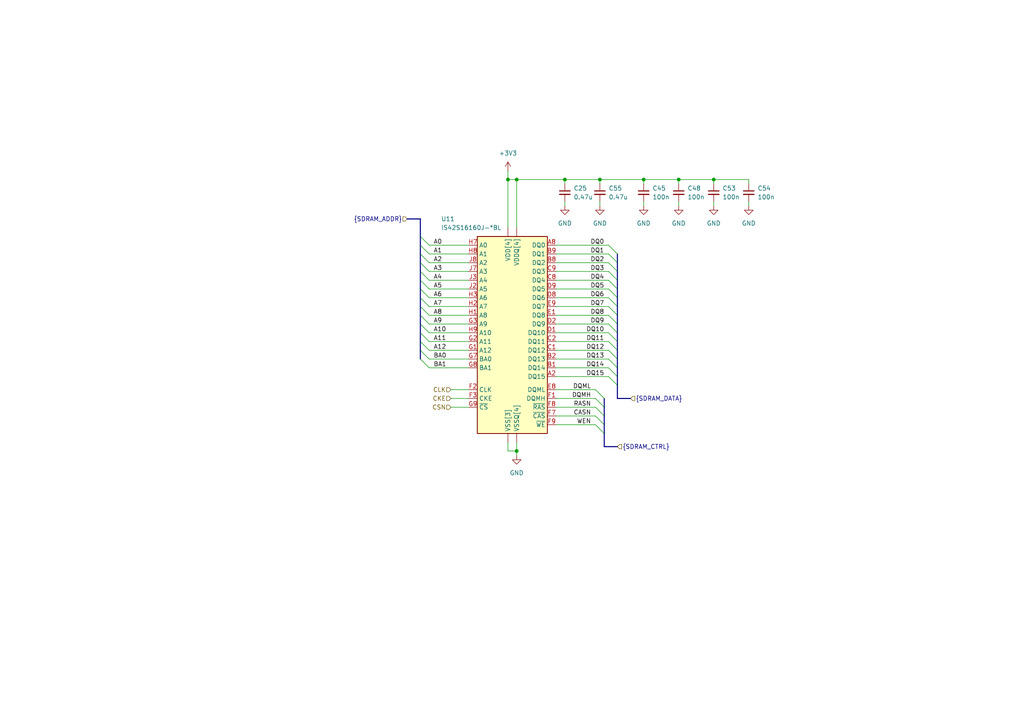
<source format=kicad_sch>
(kicad_sch (version 20231120) (generator "eeschema") (generator_version "8.0")
  (paper "A4")
  (title_block (title "${Project Designation}") (date "2024-06-30") (rev "${Revision}") (comment 1 "${Project Title}") (comment 2 "SRAM") (comment 3 "${Part Number}"))
  (lib_symbols
    (symbol "Device:C_Small" (pin_numbers hide) (pin_names (offset 0.254) hide)
      (property "Reference" "C" (at 0.254 1.778 0))
      (property "Value" "C_Small" (at 0.254 -2.032 0))
      (symbol "C_Small_0_1"
        (polyline (pts (xy -1.524 -0.508) (xy 1.524 -0.508)) (stroke (width 0.3302)))
        (polyline (pts (xy -1.524 0.508) (xy 1.524 0.508)) (stroke (width 0.3048)))
      )
      (symbol "C_Small_1_1"
        (pin passive line (at 0 2.54 270) (length 2.032) (name "~") (number "1"))
        (pin passive line (at 0 -2.54 90) (length 2.032) (name "~") (number "2"))
      )
    )
    (symbol "ECAP5-BSOM:IS42S16160J-*BL"
      (property "Reference" "U" (at -10.16 30.48 0))
      (property "Value" "IS42S16160J-*BL" (at 3.048 30.226 0))
      (symbol "IS42S16160J-*BL_0_0"
        (pin input line (at 1.27 31.75 270) (length 2.54) (name "VDDQ[4]") (number ""))
        (pin input line (at -1.27 31.75 270) (length 2.54) (name "VDD[4]") (number ""))
        (pin input line (at 1.27 -30.48 90) (length 2.54) (name "VSSQ[4]") (number ""))
        (pin input line (at -1.27 -30.48 90) (length 2.54) (name "VSS[3]") (number ""))
        (pin input line (at -1.27 31.75 270) (length 2.54) hide (name "VDD") (number "1"))
        (pin input line (at -1.27 -30.48 90) (length 2.54) hide (name "VSS") (number "A1"))
        (pin input line (at 12.7 -11.43 180) (length 2.54) (name "DQ15") (number "A2"))
        (pin input line (at 1.27 -30.48 90) (length 2.54) hide (name "VSSQ") (number "A3"))
        (pin input line (at 1.27 31.75 270) (length 2.54) hide (name "VDDQ") (number "A7"))
        (pin input line (at 12.7 26.67 180) (length 2.54) (name "DQ0") (number "A8"))
        (pin input line (at -1.27 31.75 270) (length 2.54) hide (name "VDD") (number "A9"))
        (pin input line (at 12.7 -8.89 180) (length 2.54) (name "DQ14") (number "B1"))
        (pin input line (at 12.7 -6.35 180) (length 2.54) (name "DQ13") (number "B2"))
        (pin input line (at 1.27 31.75 270) (length 2.54) hide (name "VDDQ") (number "B3"))
        (pin input line (at 1.27 -30.48 90) (length 2.54) hide (name "VSSQ") (number "B7"))
        (pin input line (at 12.7 21.59 180) (length 2.54) (name "DQ2") (number "B8"))
        (pin input line (at 12.7 24.13 180) (length 2.54) (name "DQ1") (number "B9"))
        (pin input line (at 12.7 -3.81 180) (length 2.54) (name "DQ12") (number "C1"))
        (pin input line (at 12.7 -1.27 180) (length 2.54) (name "DQ11") (number "C2"))
        (pin input line (at 1.27 -30.48 90) (length 2.54) hide (name "VSSQ") (number "C3"))
        (pin input line (at 1.27 31.75 270) (length 2.54) hide (name "VDDQ") (number "C7"))
        (pin input line (at 12.7 16.51 180) (length 2.54) (name "DQ4") (number "C8"))
        (pin input line (at 12.7 19.05 180) (length 2.54) (name "DQ3") (number "C9"))
        (pin input line (at 12.7 1.27 180) (length 2.54) (name "DQ10") (number "D1"))
        (pin input line (at 12.7 3.81 180) (length 2.54) (name "DQ9") (number "D2"))
        (pin input line (at 1.27 31.75 270) (length 2.54) hide (name "VDDQ") (number "D3"))
        (pin input line (at 1.27 -30.48 90) (length 2.54) hide (name "VSSQ") (number "D4"))
        (pin input line (at 12.7 11.43 180) (length 2.54) (name "DQ6") (number "D8"))
        (pin input line (at 12.7 13.97 180) (length 2.54) (name "DQ5") (number "D9"))
        (pin input line (at 12.7 6.35 180) (length 2.54) (name "DQ8") (number "E1"))
        (pin input line (at 6.35 -30.48 90) (length 2.54) hide (name "NC") (number "E2"))
        (pin input line (at -1.27 -30.48 90) (length 2.54) hide (name "VSS") (number "E3"))
        (pin input line (at -1.27 31.75 270) (length 2.54) hide (name "VDD") (number "E7"))
        (pin input line (at 12.7 -15.24 180) (length 2.54) (name "DQML") (number "E8"))
        (pin input line (at 12.7 8.89 180) (length 2.54) (name "DQ7") (number "E9"))
        (pin input line (at 12.7 -17.78 180) (length 2.54) (name "DQMH") (number "F1"))
        (pin input line (at -12.7 -15.24 0) (length 2.54) (name "CLK") (number "F2"))
        (pin input line (at -12.7 -17.78 0) (length 2.54) (name "CKE") (number "F3"))
        (pin input line (at 12.7 -22.86 180) (length 2.54) (name "~{CAS}") (number "F7"))
        (pin input line (at 12.7 -20.32 180) (length 2.54) (name "~{RAS}") (number "F8"))
        (pin input line (at 12.7 -25.4 180) (length 2.54) (name "~{WE}") (number "F9"))
        (pin input line (at -12.7 -3.81 0) (length 2.54) (name "A12") (number "G1"))
        (pin input line (at -12.7 -1.27 0) (length 2.54) (name "A11") (number "G2"))
        (pin input line (at -12.7 3.81 0) (length 2.54) (name "A9") (number "G3"))
        (pin input line (at -12.7 -6.35 0) (length 2.54) (name "BA0") (number "G7"))
        (pin input line (at -12.7 -8.89 0) (length 2.54) (name "BA1") (number "G8"))
        (pin input line (at -12.7 -20.32 0) (length 2.54) (name "~{CS}") (number "G9"))
        (pin input line (at -12.7 6.35 0) (length 2.54) (name "A8") (number "H1"))
        (pin input line (at -12.7 8.89 0) (length 2.54) (name "A7") (number "H2"))
        (pin input line (at -12.7 11.43 0) (length 2.54) (name "A6") (number "H3"))
        (pin input line (at -12.7 26.67 0) (length 2.54) (name "A0") (number "H7"))
        (pin input line (at -12.7 24.13 0) (length 2.54) (name "A1") (number "H8"))
        (pin input line (at -12.7 1.27 0) (length 2.54) (name "A10") (number "H9"))
        (pin input line (at -1.27 -30.48 90) (length 2.54) hide (name "VSS") (number "J1"))
        (pin input line (at -12.7 13.97 0) (length 2.54) (name "A5") (number "J2"))
        (pin input line (at -12.7 16.51 0) (length 2.54) (name "A4") (number "J3"))
        (pin input line (at -12.7 19.05 0) (length 2.54) (name "A3") (number "J7"))
        (pin input line (at -12.7 21.59 0) (length 2.54) (name "A2") (number "J8"))
        (pin input line (at -1.27 31.75 270) (length 2.54) hide (name "VDD") (number "J9"))
      )
      (symbol "IS42S16160J-*BL_0_1"
        (rectangle (start -10.16 29.21) (end 10.16 -27.94) (stroke (width 0.254)) (fill (type background)))
      )
    )
    (symbol "power:+3V3" (power) (pin_numbers hide) (pin_names (offset 0) hide)
      (property "Value" "+3V3" (at 0 3.556 0))
      (symbol "+3V3_0_1"
        (polyline (pts (xy -0.762 1.27) (xy 0 2.54)))
        (polyline (pts (xy 0 0) (xy 0 2.54)))
        (polyline (pts (xy 0 2.54) (xy 0.762 1.27)))
      )
      (symbol "+3V3_1_1"
        (pin power_in line (at 0 0 90) (length 0) (name "~") (number "1"))
      )
    )
    (symbol "power:GND" (power) (pin_numbers hide) (pin_names (offset 0) hide)
      (property "Value" "GND" (at 0 -3.81 0))
      (symbol "GND_0_1"
        (polyline (pts (xy 0 0) (xy 0 -1.27) (xy 1.27 -1.27) (xy 0 -2.54) (xy -1.27 -1.27) (xy 0 -1.27)))
      )
      (symbol "GND_1_1"
        (pin power_in line (at 0 0 270) (length 0) (name "~") (number "1"))
      )
    )
  )
  (junction (at 149.86 52.07))
  (junction (at 186.69 52.07))
  (junction (at 207.01 52.07))
  (junction (at 149.86 130.81))
  (junction (at 163.83 52.07))
  (junction (at 196.85 52.07))
  (junction (at 173.99 52.07))
  (junction (at 147.32 52.07))
  (bus_entry (at 179.07 83.82) (size -2.54 -2.54))
  (bus_entry (at 179.07 81.28) (size -2.54 -2.54))
  (bus_entry (at 175.26 115.57) (size -2.54 -2.54))
  (bus_entry (at 179.07 106.68) (size -2.54 -2.54))
  (bus_entry (at 121.92 71.12) (size 2.54 2.54))
  (bus_entry (at 121.92 78.74) (size 2.54 2.54))
  (bus_entry (at 179.07 104.14) (size -2.54 -2.54))
  (bus_entry (at 121.92 68.58) (size 2.54 2.54))
  (bus_entry (at 179.07 101.6) (size -2.54 -2.54))
  (bus_entry (at 179.07 78.74) (size -2.54 -2.54))
  (bus_entry (at 179.07 109.22) (size -2.54 -2.54))
  (bus_entry (at 175.26 120.65) (size -2.54 -2.54))
  (bus_entry (at 179.07 111.76) (size -2.54 -2.54))
  (bus_entry (at 179.07 73.66) (size -2.54 -2.54))
  (bus_entry (at 121.92 88.9) (size 2.54 2.54))
  (bus_entry (at 179.07 99.06) (size -2.54 -2.54))
  (bus_entry (at 179.07 96.52) (size -2.54 -2.54))
  (bus_entry (at 121.92 91.44) (size 2.54 2.54))
  (bus_entry (at 179.07 91.44) (size -2.54 -2.54))
  (bus_entry (at 179.07 86.36) (size -2.54 -2.54))
  (bus_entry (at 121.92 99.06) (size 2.54 2.54))
  (bus_entry (at 121.92 73.66) (size 2.54 2.54))
  (bus_entry (at 121.92 104.14) (size 2.54 2.54))
  (bus_entry (at 121.92 76.2) (size 2.54 2.54))
  (bus_entry (at 121.92 96.52) (size 2.54 2.54))
  (bus_entry (at 175.26 118.11) (size -2.54 -2.54))
  (bus_entry (at 175.26 125.73) (size -2.54 -2.54))
  (bus_entry (at 121.92 83.82) (size 2.54 2.54))
  (bus_entry (at 179.07 93.98) (size -2.54 -2.54))
  (bus_entry (at 121.92 93.98) (size 2.54 2.54))
  (bus_entry (at 179.07 76.2) (size -2.54 -2.54))
  (bus_entry (at 121.92 81.28) (size 2.54 2.54))
  (bus_entry (at 121.92 86.36) (size 2.54 2.54))
  (bus_entry (at 121.92 101.6) (size 2.54 2.54))
  (bus_entry (at 179.07 88.9) (size -2.54 -2.54))
  (bus_entry (at 175.26 123.19) (size -2.54 -2.54))
  (wire (pts (xy 161.29 73.66) (xy 176.53 73.66)))
  (wire (pts (xy 161.29 120.65) (xy 172.72 120.65)))
  (wire (pts (xy 147.32 52.07) (xy 147.32 66.04)))
  (bus (pts (xy 118.11 63.5) (xy 121.92 63.5)))
  (wire (pts (xy 124.46 71.12) (xy 135.89 71.12)))
  (wire (pts (xy 217.17 52.07) (xy 217.17 53.34)))
  (bus (pts (xy 121.92 76.2) (xy 121.92 73.66)))
  (wire (pts (xy 130.81 115.57) (xy 135.89 115.57)))
  (wire (pts (xy 149.86 52.07) (xy 149.86 66.04)))
  (wire (pts (xy 196.85 52.07) (xy 207.01 52.07)))
  (bus (pts (xy 179.07 106.68) (xy 179.07 104.14)))
  (wire (pts (xy 161.29 104.14) (xy 176.53 104.14)))
  (wire (pts (xy 161.29 71.12) (xy 176.53 71.12)))
  (bus (pts (xy 175.26 118.11) (xy 175.26 120.65)))
  (wire (pts (xy 149.86 52.07) (xy 163.83 52.07)))
  (wire (pts (xy 124.46 86.36) (xy 135.89 86.36)))
  (bus (pts (xy 121.92 93.98) (xy 121.92 91.44)))
  (wire (pts (xy 161.29 81.28) (xy 176.53 81.28)))
  (wire (pts (xy 147.32 49.53) (xy 147.32 52.07)))
  (wire (pts (xy 124.46 88.9) (xy 135.89 88.9)))
  (wire (pts (xy 161.29 99.06) (xy 176.53 99.06)))
  (bus (pts (xy 121.92 86.36) (xy 121.92 83.82)))
  (wire (pts (xy 161.29 115.57) (xy 172.72 115.57)))
  (wire (pts (xy 147.32 130.81) (xy 149.86 130.81)))
  (wire (pts (xy 186.69 52.07) (xy 196.85 52.07)))
  (bus (pts (xy 121.92 104.14) (xy 121.92 101.6)))
  (wire (pts (xy 149.86 128.27) (xy 149.86 130.81)))
  (wire (pts (xy 161.29 123.19) (xy 172.72 123.19)))
  (bus (pts (xy 182.88 115.57) (xy 179.07 115.57)))
  (wire (pts (xy 124.46 91.44) (xy 135.89 91.44)))
  (wire (pts (xy 163.83 52.07) (xy 163.83 53.34)))
  (bus (pts (xy 175.26 115.57) (xy 175.26 118.11)))
  (wire (pts (xy 161.29 106.68) (xy 176.53 106.68)))
  (wire (pts (xy 173.99 52.07) (xy 173.99 53.34)))
  (bus (pts (xy 179.07 99.06) (xy 179.07 96.52)))
  (bus (pts (xy 121.92 73.66) (xy 121.92 71.12)))
  (wire (pts (xy 196.85 52.07) (xy 196.85 53.34)))
  (wire (pts (xy 207.01 52.07) (xy 207.01 53.34)))
  (bus (pts (xy 121.92 101.6) (xy 121.92 99.06)))
  (wire (pts (xy 124.46 76.2) (xy 135.89 76.2)))
  (wire (pts (xy 196.85 58.42) (xy 196.85 59.69)))
  (wire (pts (xy 173.99 52.07) (xy 186.69 52.07)))
  (bus (pts (xy 179.07 83.82) (xy 179.07 81.28)))
  (bus (pts (xy 121.92 63.5) (xy 121.92 68.58)))
  (bus (pts (xy 179.07 101.6) (xy 179.07 99.06)))
  (wire (pts (xy 161.29 93.98) (xy 176.53 93.98)))
  (bus (pts (xy 179.07 76.2) (xy 179.07 73.66)))
  (wire (pts (xy 124.46 93.98) (xy 135.89 93.98)))
  (bus (pts (xy 179.07 81.28) (xy 179.07 78.74)))
  (wire (pts (xy 161.29 91.44) (xy 176.53 91.44)))
  (bus (pts (xy 179.07 88.9) (xy 179.07 86.36)))
  (wire (pts (xy 161.29 101.6) (xy 176.53 101.6)))
  (wire (pts (xy 124.46 78.74) (xy 135.89 78.74)))
  (wire (pts (xy 124.46 104.14) (xy 135.89 104.14)))
  (wire (pts (xy 124.46 106.68) (xy 135.89 106.68)))
  (wire (pts (xy 207.01 52.07) (xy 217.17 52.07)))
  (wire (pts (xy 124.46 96.52) (xy 135.89 96.52)))
  (wire (pts (xy 217.17 58.42) (xy 217.17 59.69)))
  (bus (pts (xy 121.92 96.52) (xy 121.92 93.98)))
  (wire (pts (xy 124.46 81.28) (xy 135.89 81.28)))
  (bus (pts (xy 175.26 120.65) (xy 175.26 123.19)))
  (bus (pts (xy 179.07 115.57) (xy 179.07 111.76)))
  (wire (pts (xy 161.29 118.11) (xy 172.72 118.11)))
  (wire (pts (xy 163.83 52.07) (xy 173.99 52.07)))
  (wire (pts (xy 147.32 52.07) (xy 149.86 52.07)))
  (wire (pts (xy 161.29 83.82) (xy 176.53 83.82)))
  (wire (pts (xy 161.29 76.2) (xy 176.53 76.2)))
  (wire (pts (xy 130.81 113.03) (xy 135.89 113.03)))
  (bus (pts (xy 179.07 78.74) (xy 179.07 76.2)))
  (wire (pts (xy 161.29 78.74) (xy 176.53 78.74)))
  (bus (pts (xy 121.92 99.06) (xy 121.92 96.52)))
  (bus (pts (xy 175.26 129.54) (xy 179.07 129.54)))
  (bus (pts (xy 179.07 93.98) (xy 179.07 91.44)))
  (bus (pts (xy 179.07 96.52) (xy 179.07 93.98)))
  (wire (pts (xy 186.69 58.42) (xy 186.69 59.69)))
  (bus (pts (xy 121.92 81.28) (xy 121.92 78.74)))
  (wire (pts (xy 161.29 109.22) (xy 176.53 109.22)))
  (wire (pts (xy 124.46 101.6) (xy 135.89 101.6)))
  (bus (pts (xy 179.07 104.14) (xy 179.07 101.6)))
  (wire (pts (xy 207.01 58.42) (xy 207.01 59.69)))
  (bus (pts (xy 179.07 111.76) (xy 179.07 109.22)))
  (bus (pts (xy 179.07 109.22) (xy 179.07 106.68)))
  (bus (pts (xy 179.07 91.44) (xy 179.07 88.9)))
  (wire (pts (xy 173.99 58.42) (xy 173.99 59.69)))
  (wire (pts (xy 161.29 88.9) (xy 176.53 88.9)))
  (wire (pts (xy 124.46 99.06) (xy 135.89 99.06)))
  (wire (pts (xy 161.29 96.52) (xy 176.53 96.52)))
  (bus (pts (xy 121.92 78.74) (xy 121.92 76.2)))
  (wire (pts (xy 163.83 58.42) (xy 163.83 59.69)))
  (bus (pts (xy 121.92 83.82) (xy 121.92 81.28)))
  (wire (pts (xy 124.46 73.66) (xy 135.89 73.66)))
  (bus (pts (xy 175.26 123.19) (xy 175.26 125.73)))
  (wire (pts (xy 124.46 83.82) (xy 135.89 83.82)))
  (bus (pts (xy 121.92 88.9) (xy 121.92 86.36)))
  (wire (pts (xy 161.29 86.36) (xy 176.53 86.36)))
  (wire (pts (xy 186.69 52.07) (xy 186.69 53.34)))
  (bus (pts (xy 121.92 71.12) (xy 121.92 68.58)))
  (bus (pts (xy 179.07 86.36) (xy 179.07 83.82)))
  (bus (pts (xy 121.92 91.44) (xy 121.92 88.9)))
  (wire (pts (xy 149.86 130.81) (xy 149.86 132.08)))
  (bus (pts (xy 175.26 125.73) (xy 175.26 129.54)))
  (wire (pts (xy 130.81 118.11) (xy 135.89 118.11)))
  (wire (pts (xy 147.32 128.27) (xy 147.32 130.81)))
  (wire (pts (xy 161.29 113.03) (xy 172.72 113.03)))
  (label "DQ15" (at 175.26 109.22 180))
  (label "DQ4" (at 175.26 81.28 180))
  (label "DQML" (at 171.45 113.03 180))
  (label "A0" (at 125.73 71.12 0))
  (label "DQ12" (at 175.26 101.6 180))
  (label "DQ9" (at 175.26 93.98 180))
  (label "A4" (at 125.73 81.28 0))
  (label "A10" (at 125.73 96.52 0))
  (label "A9" (at 125.73 93.98 0))
  (label "A8" (at 125.73 91.44 0))
  (label "DQ1" (at 175.26 73.66 180))
  (label "BA0" (at 125.73 104.14 0))
  (label "DQ11" (at 175.26 99.06 180))
  (label "RASN" (at 171.45 118.11 180))
  (label "A11" (at 125.73 99.06 0))
  (label "DQ13" (at 175.26 104.14 180))
  (label "A1" (at 125.73 73.66 0))
  (label "A5" (at 125.73 83.82 0))
  (label "DQ10" (at 175.26 96.52 180))
  (label "A3" (at 125.73 78.74 0))
  (label "A2" (at 125.73 76.2 0))
  (label "WEN" (at 171.45 123.19 180))
  (label "DQ14" (at 175.26 106.68 180))
  (label "CASN" (at 171.45 120.65 180))
  (label "BA1" (at 125.73 106.68 0))
  (label "DQ0" (at 175.26 71.12 180))
  (label "DQ6" (at 175.26 86.36 180))
  (label "DQ3" (at 175.26 78.74 180))
  (label "A7" (at 125.73 88.9 0))
  (label "DQMH" (at 171.45 115.57 180))
  (label "DQ5" (at 175.26 83.82 180))
  (label "A12" (at 125.73 101.6 0))
  (label "DQ7" (at 175.26 88.9 180))
  (label "DQ8" (at 175.26 91.44 180))
  (label "DQ2" (at 175.26 76.2 180))
  (label "A6" (at 125.73 86.36 0))
  (hierarchical_label "{SDRAM_DATA}" (shape input) (at 182.88 115.57 0))
  (hierarchical_label "{SDRAM_CTRL}" (shape input) (at 179.07 129.54 0))
  (hierarchical_label "CSN" (shape input) (at 130.81 118.11 180))
  (hierarchical_label "CLK" (shape input) (at 130.81 113.03 180))
  (hierarchical_label "{SDRAM_ADDR}" (shape input) (at 118.11 63.5 180))
  (hierarchical_label "CKE" (shape input) (at 130.81 115.57 180))
  (symbol (lib_id "ECAP5-BSOM:IS42S16160J-*BL") (at 148.59 97.79 0) (unit 1)
    (property "Reference" "U11" (at 127.9241 63.5 0) (effects (justify left)))
    (property "Value" "IS42S16160J-*BL" (at 127.9241 66.04 0) (effects (justify left)))
    (property "Datasheet" "https://www.mouser.fr/datasheet/2/198/42_45S83200J_16160J-462626.pdf" (effects (hide yes)))
    (property "Description" "16Meg x16 256Mb SYNCHRONOUS DRAM" (effects (hide yes)))
  )
  (symbol (lib_id "Device:C_Small") (at 196.85 55.88 0) (unit 1)
    (property "Reference" "C48" (at 199.39 54.6162 0) (effects (justify left)))
    (property "Value" "100n" (at 199.39 57.1562 0) (effects (justify left)))
    (property "Description" "Unpolarized capacitor, small symbol" (effects (hide yes)))
  )
  (symbol (lib_id "power:GND") (at 163.83 59.69 0) (unit 1)
    (property "Reference" "#PWR021" (effects (hide yes)))
    (property "Value" "GND" (at 163.83 64.77 0))
    (property "Description" "Power symbol creates a global label with name \"GND\" , ground" (effects (hide yes)))
  )
  (symbol (lib_id "Device:C_Small") (at 163.83 55.88 0) (unit 1)
    (property "Reference" "C25" (at 166.37 54.6162 0) (effects (justify left)))
    (property "Value" "0.47u" (at 166.37 57.1562 0) (effects (justify left)))
    (property "Description" "Unpolarized capacitor, small symbol" (effects (hide yes)))
  )
  (symbol (lib_id "power:GND") (at 196.85 59.69 0) (unit 1)
    (property "Reference" "#PWR025" (effects (hide yes)))
    (property "Value" "GND" (at 196.85 64.77 0))
    (property "Description" "Power symbol creates a global label with name \"GND\" , ground" (effects (hide yes)))
  )
  (symbol (lib_id "power:+3V3") (at 147.32 49.53 0) (unit 1)
    (property "Reference" "#PWR01" (effects (hide yes)))
    (property "Value" "+3V3" (at 147.32 44.45 0))
    (property "Description" "Power symbol creates a global label with name \"+3V3\"" (effects (hide yes)))
  )
  (symbol (lib_id "Device:C_Small") (at 217.17 55.88 0) (unit 1)
    (property "Reference" "C54" (at 219.71 54.6162 0) (effects (justify left)))
    (property "Value" "100n" (at 219.71 57.1562 0) (effects (justify left)))
    (property "Description" "Unpolarized capacitor, small symbol" (effects (hide yes)))
  )
  (symbol (lib_id "power:GND") (at 217.17 59.69 0) (unit 1)
    (property "Reference" "#PWR028" (effects (hide yes)))
    (property "Value" "GND" (at 217.17 64.77 0))
    (property "Description" "Power symbol creates a global label with name \"GND\" , ground" (effects (hide yes)))
  )
  (symbol (lib_id "power:GND") (at 149.86 132.08 0) (unit 1)
    (property "Reference" "#PWR09" (effects (hide yes)))
    (property "Value" "GND" (at 149.86 137.16 0))
    (property "Description" "Power symbol creates a global label with name \"GND\" , ground" (effects (hide yes)))
  )
  (symbol (lib_id "Device:C_Small") (at 207.01 55.88 0) (unit 1)
    (property "Reference" "C53" (at 209.55 54.6162 0) (effects (justify left)))
    (property "Value" "100n" (at 209.55 57.1562 0) (effects (justify left)))
    (property "Description" "Unpolarized capacitor, small symbol" (effects (hide yes)))
  )
  (symbol (lib_id "power:GND") (at 186.69 59.69 0) (unit 1)
    (property "Reference" "#PWR022" (effects (hide yes)))
    (property "Value" "GND" (at 186.69 64.77 0))
    (property "Description" "Power symbol creates a global label with name \"GND\" , ground" (effects (hide yes)))
  )
  (symbol (lib_id "Device:C_Small") (at 173.99 55.88 0) (unit 1)
    (property "Reference" "C55" (at 176.53 54.6162 0) (effects (justify left)))
    (property "Value" "0.47u" (at 176.53 57.1562 0) (effects (justify left)))
    (property "Description" "Unpolarized capacitor, small symbol" (effects (hide yes)))
  )
  (symbol (lib_id "power:GND") (at 207.01 59.69 0) (unit 1)
    (property "Reference" "#PWR027" (effects (hide yes)))
    (property "Value" "GND" (at 207.01 64.77 0))
    (property "Description" "Power symbol creates a global label with name \"GND\" , ground" (effects (hide yes)))
  )
  (symbol (lib_id "Device:C_Small") (at 186.69 55.88 0) (unit 1)
    (property "Reference" "C45" (at 189.23 54.6162 0) (effects (justify left)))
    (property "Value" "100n" (at 189.23 57.1562 0) (effects (justify left)))
    (property "Description" "Unpolarized capacitor, small symbol" (effects (hide yes)))
  )
  (symbol (lib_id "power:GND") (at 173.99 59.69 0) (unit 1)
    (property "Reference" "#PWR031" (effects (hide yes)))
    (property "Value" "GND" (at 173.99 64.77 0))
    (property "Description" "Power symbol creates a global label with name \"GND\" , ground" (effects (hide yes)))
  )
)
</source>
